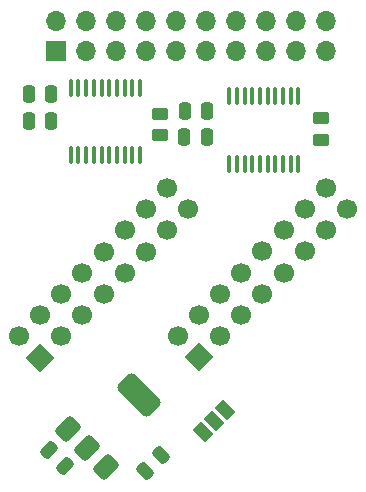
<source format=gbr>
%TF.GenerationSoftware,KiCad,Pcbnew,8.0.4*%
%TF.CreationDate,2024-12-17T16:18:05+07:00*%
%TF.ProjectId,8bit_bus,38626974-5f62-4757-932e-6b696361645f,rev?*%
%TF.SameCoordinates,Original*%
%TF.FileFunction,Soldermask,Top*%
%TF.FilePolarity,Negative*%
%FSLAX46Y46*%
G04 Gerber Fmt 4.6, Leading zero omitted, Abs format (unit mm)*
G04 Created by KiCad (PCBNEW 8.0.4) date 2024-12-17 16:18:05*
%MOMM*%
%LPD*%
G01*
G04 APERTURE LIST*
G04 Aperture macros list*
%AMRoundRect*
0 Rectangle with rounded corners*
0 $1 Rounding radius*
0 $2 $3 $4 $5 $6 $7 $8 $9 X,Y pos of 4 corners*
0 Add a 4 corners polygon primitive as box body*
4,1,4,$2,$3,$4,$5,$6,$7,$8,$9,$2,$3,0*
0 Add four circle primitives for the rounded corners*
1,1,$1+$1,$2,$3*
1,1,$1+$1,$4,$5*
1,1,$1+$1,$6,$7*
1,1,$1+$1,$8,$9*
0 Add four rect primitives between the rounded corners*
20,1,$1+$1,$2,$3,$4,$5,0*
20,1,$1+$1,$4,$5,$6,$7,0*
20,1,$1+$1,$6,$7,$8,$9,0*
20,1,$1+$1,$8,$9,$2,$3,0*%
%AMHorizOval*
0 Thick line with rounded ends*
0 $1 width*
0 $2 $3 position (X,Y) of the first rounded end (center of the circle)*
0 $4 $5 position (X,Y) of the second rounded end (center of the circle)*
0 Add line between two ends*
20,1,$1,$2,$3,$4,$5,0*
0 Add two circle primitives to create the rounded ends*
1,1,$1,$2,$3*
1,1,$1,$4,$5*%
%AMRotRect*
0 Rectangle, with rotation*
0 The origin of the aperture is its center*
0 $1 length*
0 $2 width*
0 $3 Rotation angle, in degrees counterclockwise*
0 Add horizontal line*
21,1,$1,$2,0,0,$3*%
G04 Aperture macros list end*
%ADD10RoundRect,0.250000X0.159099X-0.512652X0.512652X-0.159099X-0.159099X0.512652X-0.512652X0.159099X0*%
%ADD11RoundRect,0.250000X0.250000X0.475000X-0.250000X0.475000X-0.250000X-0.475000X0.250000X-0.475000X0*%
%ADD12RotRect,1.000000X1.500000X45.000000*%
%ADD13RoundRect,0.250000X0.450000X-0.262500X0.450000X0.262500X-0.450000X0.262500X-0.450000X-0.262500X0*%
%ADD14RoundRect,0.250000X0.512652X0.159099X0.159099X0.512652X-0.512652X-0.159099X-0.159099X-0.512652X0*%
%ADD15RoundRect,0.100000X0.100000X-0.637500X0.100000X0.637500X-0.100000X0.637500X-0.100000X-0.637500X0*%
%ADD16RoundRect,0.375000X-0.176777X-0.707107X0.707107X0.176777X0.176777X0.707107X-0.707107X-0.176777X0*%
%ADD17RoundRect,0.500000X0.636396X-1.343503X1.343503X-0.636396X-0.636396X1.343503X-1.343503X0.636396X0*%
%ADD18R,1.700000X1.700000*%
%ADD19O,1.700000X1.700000*%
%ADD20RotRect,1.700000X1.700000X315.000000*%
%ADD21HorizOval,1.700000X0.000000X0.000000X0.000000X0.000000X0*%
G04 APERTURE END LIST*
D10*
%TO.C,C6*%
X37830391Y-59162352D03*
X39173893Y-57818850D03*
%TD*%
D11*
%TO.C,C2*%
X29885892Y-29484250D03*
X27985894Y-29484250D03*
%TD*%
D12*
%TO.C,JP4*%
X42714654Y-55848089D03*
X43633893Y-54928850D03*
X44553132Y-54009611D03*
%TD*%
D11*
%TO.C,C3*%
X43053891Y-30868850D03*
X41153893Y-30868850D03*
%TD*%
D13*
%TO.C,R10*%
X52684893Y-31107950D03*
X52684893Y-29282950D03*
%TD*%
D11*
%TO.C,C4*%
X43063893Y-28698850D03*
X41163895Y-28698850D03*
%TD*%
D13*
%TO.C,R9*%
X39095893Y-30726950D03*
X39095893Y-28901950D03*
%TD*%
D14*
%TO.C,C9*%
X31053893Y-58728850D03*
X29710391Y-57385348D03*
%TD*%
D15*
%TO.C,U1*%
X31533893Y-32403850D03*
X32183893Y-32403850D03*
X32833893Y-32403850D03*
X33483893Y-32403850D03*
X34133893Y-32403850D03*
X34783893Y-32403850D03*
X35433893Y-32403850D03*
X36083893Y-32403850D03*
X36733893Y-32403850D03*
X37383893Y-32403850D03*
X37383893Y-26678850D03*
X36733893Y-26678850D03*
X36083893Y-26678850D03*
X35433893Y-26678850D03*
X34783893Y-26678850D03*
X34133893Y-26678850D03*
X33483893Y-26678850D03*
X32833893Y-26678850D03*
X32183893Y-26678850D03*
X31533893Y-26678850D03*
%TD*%
D16*
%TO.C,U6*%
X31260161Y-55549891D03*
X32886507Y-57176236D03*
D17*
X37341279Y-52721464D03*
D16*
X34512852Y-58802582D03*
%TD*%
D15*
%TO.C,U2*%
X44948893Y-33113849D03*
X45598893Y-33113849D03*
X46248893Y-33113849D03*
X46898893Y-33113849D03*
X47548893Y-33113849D03*
X48198893Y-33113849D03*
X48848893Y-33113849D03*
X49498893Y-33113849D03*
X50148893Y-33113849D03*
X50798893Y-33113849D03*
X50798893Y-27388849D03*
X50148893Y-27388849D03*
X49498893Y-27388849D03*
X48848893Y-27388849D03*
X48198893Y-27388849D03*
X47548893Y-27388849D03*
X46898893Y-27388849D03*
X46248893Y-27388849D03*
X45598893Y-27388849D03*
X44948893Y-27388849D03*
%TD*%
D18*
%TO.C,J17*%
X30293893Y-23608850D03*
D19*
X30293893Y-21068850D03*
X32833893Y-23608850D03*
X32833893Y-21068850D03*
X35373892Y-23608850D03*
X35373893Y-21068850D03*
X37913893Y-23608850D03*
X37913893Y-21068850D03*
X40453893Y-23608850D03*
X40453893Y-21068850D03*
X42993893Y-23608850D03*
X42993893Y-21068850D03*
X45533893Y-23608850D03*
X45533893Y-21068850D03*
X48073894Y-23608850D03*
X48073893Y-21068850D03*
X50613893Y-23608850D03*
X50613893Y-21068850D03*
X53153893Y-23608850D03*
X53153893Y-21068850D03*
%TD*%
D11*
%TO.C,C1*%
X29885892Y-27249050D03*
X27985894Y-27249050D03*
%TD*%
D20*
%TO.C,J11*%
X28923893Y-49538850D03*
D21*
X27127842Y-47742799D03*
X30719944Y-47742799D03*
X28923893Y-45946748D03*
X32515995Y-45946748D03*
X30719944Y-44150696D03*
X34312047Y-44150696D03*
X32515995Y-42354645D03*
X36108098Y-42354645D03*
X34312047Y-40558594D03*
X37904149Y-40558594D03*
X36108098Y-38762543D03*
X39700200Y-38762543D03*
X37904149Y-36966491D03*
X41496252Y-36966491D03*
X39700200Y-35170440D03*
%TD*%
D20*
%TO.C,J12*%
X42363893Y-49528850D03*
D21*
X40567842Y-47732799D03*
X44159944Y-47732799D03*
X42363893Y-45936748D03*
X45955995Y-45936748D03*
X44159944Y-44140696D03*
X47752047Y-44140696D03*
X45955995Y-42344645D03*
X49548098Y-42344645D03*
X47752047Y-40548594D03*
X51344149Y-40548594D03*
X49548098Y-38752543D03*
X53140200Y-38752543D03*
X51344149Y-36956491D03*
X54936252Y-36956491D03*
X53140200Y-35160440D03*
%TD*%
M02*

</source>
